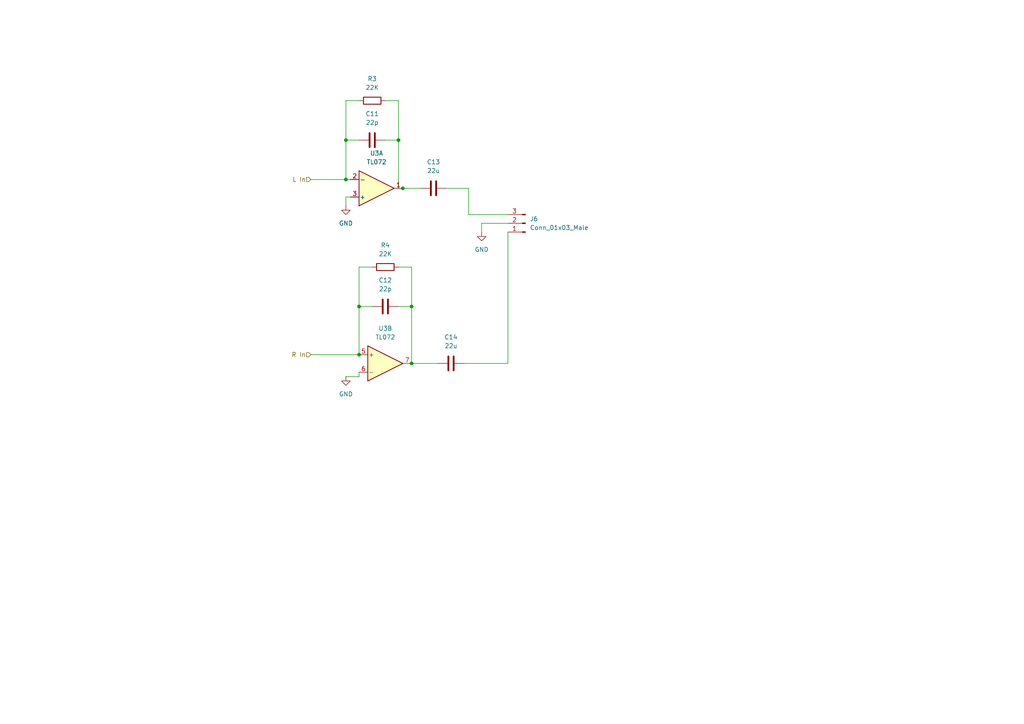
<source format=kicad_sch>
(kicad_sch (version 20211123) (generator eeschema)
  (paper "A4")
  (lib_symbols
    (symbol "Amplifier_Operational:TL072" (pin_names (offset 0.127))
      (property "Reference" "U" (at 0 5.08 0))
      (property "Value" "TL072" (at 0 -5.08 0))
      (symbol "TL072_1_1"
        (polyline (pts (xy -5.08 5.08) (xy 5.08 0) (xy -5.08 -5.08) (xy -5.08 5.08)) (stroke (width 0.254)) (fill (type background)))
        (pin output line (at 7.62 0 180) (length 2.54) (name "~") (number "1"))
        (pin input line (at -7.62 -2.54 0) (length 2.54) (name "-") (number "2"))
        (pin input line (at -7.62 2.54 0) (length 2.54) (name "+") (number "3"))
      )
      (symbol "TL072_2_1"
        (polyline (pts (xy -5.08 5.08) (xy 5.08 0) (xy -5.08 -5.08) (xy -5.08 5.08)) (stroke (width 0.254)) (fill (type background)))
        (pin input line (at -7.62 2.54 0) (length 2.54) (name "+") (number "5"))
        (pin input line (at -7.62 -2.54 0) (length 2.54) (name "-") (number "6"))
        (pin output line (at 7.62 0 180) (length 2.54) (name "~") (number "7"))
      )
      (symbol "TL072_3_1"
        (pin power_in line (at -2.54 -7.62 90) (length 3.81) (name "V-") (number "4"))
        (pin power_in line (at -2.54 7.62 270) (length 3.81) (name "V+") (number "8"))
      )
    )
    (symbol "Connector:Conn_01x03_Male" (pin_names (offset 1.016) hide)
      (property "Reference" "J" (at 0 5.08 0))
      (property "Value" "Conn_01x03_Male" (at 0 -5.08 0))
      (symbol "Conn_01x03_Male_1_1"
        (polyline (pts (xy 1.27 -2.54) (xy 0.8636 -2.54)) (stroke (width 0.1524)))
        (polyline (pts (xy 1.27 0) (xy 0.8636 0)) (stroke (width 0.1524)))
        (polyline (pts (xy 1.27 2.54) (xy 0.8636 2.54)) (stroke (width 0.1524)))
        (rectangle (start 0.8636 -2.413) (end 0 -2.667) (stroke (width 0.1524)) (fill (type outline)))
        (rectangle (start 0.8636 0.127) (end 0 -0.127) (stroke (width 0.1524)) (fill (type outline)))
        (rectangle (start 0.8636 2.667) (end 0 2.413) (stroke (width 0.1524)) (fill (type outline)))
        (pin passive line (at 5.08 2.54 180) (length 3.81) (name "Pin_1") (number "1"))
        (pin passive line (at 5.08 0 180) (length 3.81) (name "Pin_2") (number "2"))
        (pin passive line (at 5.08 -2.54 180) (length 3.81) (name "Pin_3") (number "3"))
      )
    )
    (symbol "Device:C" (pin_numbers hide) (pin_names (offset 0.254))
      (property "Reference" "C" (at 0.635 2.54 0))
      (property "Value" "C" (at 0.635 -2.54 0))
      (symbol "C_0_1"
        (polyline (pts (xy -2.032 -0.762) (xy 2.032 -0.762)) (stroke (width 0.508)))
        (polyline (pts (xy -2.032 0.762) (xy 2.032 0.762)) (stroke (width 0.508)))
      )
      (symbol "C_1_1"
        (pin passive line (at 0 3.81 270) (length 2.794) (name "~") (number "1"))
        (pin passive line (at 0 -3.81 90) (length 2.794) (name "~") (number "2"))
      )
    )
    (symbol "Device:R" (pin_numbers hide) (pin_names (offset 0))
      (property "Reference" "R" (at 2.032 0 90))
      (property "Value" "R" (at 0 0 90))
      (symbol "R_0_1"
        (rectangle (start -1.016 -2.54) (end 1.016 2.54) (stroke (width 0.254)))
      )
      (symbol "R_1_1"
        (pin passive line (at 0 3.81 270) (length 1.27) (name "~") (number "1"))
        (pin passive line (at 0 -3.81 90) (length 1.27) (name "~") (number "2"))
      )
    )
    (symbol "power:GND" (power) (pin_names (offset 0))
      (property "Value" "GND" (at 0 -3.81 0))
      (symbol "GND_0_1"
        (polyline (pts (xy 0 0) (xy 0 -1.27) (xy 1.27 -1.27) (xy 0 -2.54) (xy -1.27 -1.27) (xy 0 -1.27)))
      )
      (symbol "GND_1_1"
        (pin power_in line (at 0 0 270) (length 0) hide (name "GND") (number "1"))
      )
    )
  )
  (junction (at 116.84 54.61))
  (junction (at 100.33 40.64))
  (junction (at 100.33 52.07))
  (junction (at 104.14 102.87))
  (junction (at 104.14 88.9))
  (junction (at 119.38 88.9))
  (junction (at 119.38 105.41))
  (junction (at 115.57 40.64))
  (wire (pts (xy 100.33 57.15) (xy 101.6 57.15)))
  (wire (pts (xy 107.95 77.47) (xy 104.14 77.47)))
  (wire (pts (xy 100.33 109.22) (xy 104.14 109.22)))
  (wire (pts (xy 129.54 54.61) (xy 135.89 54.61)))
  (wire (pts (xy 90.17 52.07) (xy 100.33 52.07)))
  (wire (pts (xy 119.38 105.41) (xy 127 105.41)))
  (wire (pts (xy 119.38 88.9) (xy 119.38 105.41)))
  (wire (pts (xy 100.33 40.64) (xy 100.33 52.07)))
  (wire (pts (xy 115.57 88.9) (xy 119.38 88.9)))
  (wire (pts (xy 90.17 102.87) (xy 104.14 102.87)))
  (wire (pts (xy 115.57 77.47) (xy 119.38 77.47)))
  (wire (pts (xy 119.38 77.47) (xy 119.38 88.9)))
  (wire (pts (xy 104.14 77.47) (xy 104.14 88.9)))
  (wire (pts (xy 135.89 54.61) (xy 135.89 62.23)))
  (wire (pts (xy 104.14 88.9) (xy 104.14 102.87)))
  (wire (pts (xy 104.14 29.21) (xy 100.33 29.21)))
  (wire (pts (xy 111.76 40.64) (xy 115.57 40.64)))
  (wire (pts (xy 107.95 88.9) (xy 104.14 88.9)))
  (wire (pts (xy 147.32 67.31) (xy 147.32 105.41)))
  (wire (pts (xy 100.33 52.07) (xy 101.6 52.07)))
  (wire (pts (xy 147.32 64.77) (xy 139.7 64.77)))
  (wire (pts (xy 100.33 29.21) (xy 100.33 40.64)))
  (wire (pts (xy 104.14 109.22) (xy 104.14 107.95)))
  (wire (pts (xy 115.57 40.64) (xy 115.57 54.61)))
  (wire (pts (xy 115.57 54.61) (xy 116.84 54.61)))
  (wire (pts (xy 135.89 62.23) (xy 147.32 62.23)))
  (wire (pts (xy 111.76 29.21) (xy 115.57 29.21)))
  (wire (pts (xy 116.84 54.61) (xy 121.92 54.61)))
  (wire (pts (xy 104.14 40.64) (xy 100.33 40.64)))
  (wire (pts (xy 115.57 29.21) (xy 115.57 40.64)))
  (wire (pts (xy 139.7 64.77) (xy 139.7 67.31)))
  (wire (pts (xy 134.62 105.41) (xy 147.32 105.41)))
  (wire (pts (xy 100.33 59.69) (xy 100.33 57.15)))
  (hierarchical_label "R In" (shape input) (at 90.17 102.87 180))
  (hierarchical_label "L In" (shape input) (at 90.17 52.07 180))
  (symbol (lib_id "power:GND") (at 100.33 59.69 0) (unit 1)
    (property "Reference" "#PWR017" (effects hide))
    (property "Value" "GND" (at 100.33 64.77 0))
  )
  (symbol (lib_id "Device:C") (at 111.76 88.9 90) (unit 1)
    (property "Reference" "C12" (at 111.76 81.28 90))
    (property "Value" "22p" (at 111.76 83.82 90))
  )
  (symbol (lib_id "power:GND") (at 139.7 67.31 0) (unit 1)
    (property "Reference" "#PWR019" (effects hide))
    (property "Value" "GND" (at 139.7 72.39 0))
  )
  (symbol (lib_id "Device:C") (at 107.95 40.64 90) (unit 1)
    (property "Reference" "C11" (at 107.95 33.02 90))
    (property "Value" "22p" (at 107.95 35.56 90))
  )
  (symbol (lib_id "Amplifier_Operational:TL072") (at 109.22 54.61 0) (mirror x) (unit 1)
    (property "Reference" "U3" (at 109.22 44.45 0))
    (property "Value" "TL072" (at 109.22 46.99 0))
    (property "Datasheet" "http://www.ti.com/lit/ds/symlink/tl071.pdf" (effects hide))
  )
  (symbol (lib_id "power:GND") (at 100.33 109.22 0) (unit 1)
    (property "Reference" "#PWR018" (effects hide))
    (property "Value" "GND" (at 100.33 114.3 0))
  )
  (symbol (lib_id "Amplifier_Operational:TL072") (at 111.76 105.41 0) (unit 2)
    (property "Reference" "U3" (at 111.76 95.25 0))
    (property "Value" "TL072" (at 111.76 97.79 0))
    (property "Datasheet" "http://www.ti.com/lit/ds/symlink/tl071.pdf" (effects hide))
  )
  (symbol (lib_id "Device:R") (at 111.76 77.47 90) (unit 1)
    (property "Reference" "R4" (at 111.76 71.12 90))
    (property "Value" "22K" (at 111.76 73.66 90))
  )
  (symbol (lib_id "Device:R") (at 107.95 29.21 90) (unit 1)
    (property "Reference" "R3" (at 107.95 22.86 90))
    (property "Value" "22K" (at 107.95 25.4 90))
  )
  (symbol (lib_id "Device:C") (at 130.81 105.41 90) (unit 1)
    (property "Reference" "C14" (at 130.81 97.79 90))
    (property "Value" "22u" (at 130.81 100.33 90))
  )
  (symbol (lib_id "Connector:Conn_01x03_Male") (at 152.4 64.77 180) (unit 1)
    (property "Reference" "J6" (at 153.67 63.4999 0) (effects (justify right)))
    (property "Value" "Conn_01x03_Male" (at 153.67 66.0399 0) (effects (justify right)))
    (property "Footprint" "Connector_JST:JST_EH_B3B-EH-A_1x03_P2.50mm_Vertical" (effects hide))
  )
  (symbol (lib_id "Device:C") (at 125.73 54.61 90) (unit 1)
    (property "Reference" "C13" (at 125.73 46.99 90))
    (property "Value" "22u" (at 125.73 49.53 90))
  )
)
</source>
